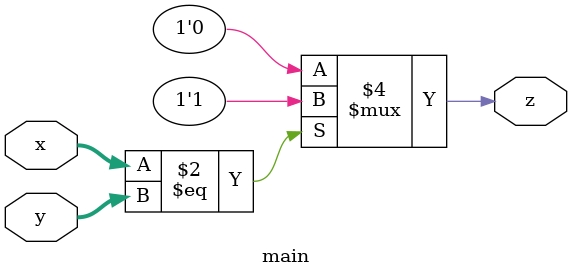
<source format=v>
module main
(
    input wire [3:0] x,y,
    output wire z
);
    always @(x or y)
        begin
        z = 0;
        if (x == y)
            z = 1;
        end
endmodule
</source>
